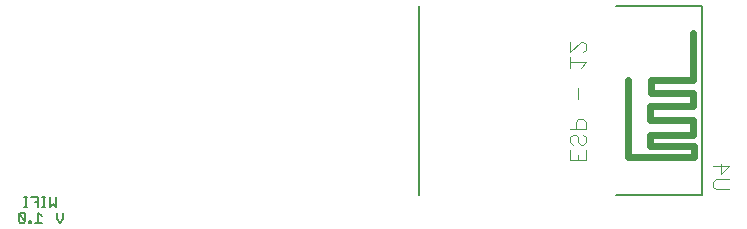
<source format=gbo>
G75*
%MOIN*%
%OFA0B0*%
%FSLAX25Y25*%
%IPPOS*%
%LPD*%
%AMOC8*
5,1,8,0,0,1.08239X$1,22.5*
%
%ADD10C,0.00600*%
%ADD11C,0.00500*%
%ADD12C,0.02400*%
%ADD13C,0.00400*%
D10*
X0045894Y0012715D02*
X0046451Y0012158D01*
X0047564Y0012158D01*
X0048120Y0012715D01*
X0045894Y0014941D01*
X0045894Y0012715D01*
X0048120Y0012715D02*
X0048120Y0014941D01*
X0047564Y0015498D01*
X0046451Y0015498D01*
X0045894Y0014941D01*
X0047628Y0017333D02*
X0048741Y0017333D01*
X0048185Y0017333D02*
X0048185Y0020673D01*
X0048741Y0020673D02*
X0047628Y0020673D01*
X0050140Y0020673D02*
X0052367Y0020673D01*
X0052367Y0017333D01*
X0053670Y0017333D02*
X0054783Y0017333D01*
X0054227Y0017333D02*
X0054227Y0020673D01*
X0054783Y0020673D02*
X0053670Y0020673D01*
X0052367Y0019003D02*
X0051253Y0019003D01*
X0056182Y0017333D02*
X0056182Y0020673D01*
X0058408Y0020673D02*
X0058408Y0017333D01*
X0057295Y0018446D01*
X0056182Y0017333D01*
X0058582Y0015498D02*
X0058582Y0013271D01*
X0059695Y0012158D01*
X0060808Y0013271D01*
X0060808Y0015498D01*
X0053558Y0014385D02*
X0052445Y0015498D01*
X0052445Y0012158D01*
X0053558Y0012158D02*
X0051332Y0012158D01*
X0049933Y0012158D02*
X0049376Y0012158D01*
X0049376Y0012715D01*
X0049933Y0012715D01*
X0049933Y0012158D01*
D11*
X0179197Y0021432D02*
X0179197Y0084424D01*
X0244945Y0084424D02*
X0273686Y0084424D01*
X0273686Y0021432D01*
X0244945Y0021432D01*
D12*
X0248882Y0034030D02*
X0248882Y0059621D01*
X0256756Y0059621D02*
X0270536Y0059621D01*
X0270536Y0075369D01*
X0256756Y0059621D02*
X0256756Y0055290D01*
X0270536Y0055290D01*
X0270536Y0050960D01*
X0256363Y0050960D01*
X0256363Y0046235D01*
X0270536Y0046235D01*
X0270536Y0041511D01*
X0256363Y0041511D01*
X0256363Y0037574D01*
X0270930Y0037574D01*
X0270930Y0034030D01*
X0251638Y0034030D01*
X0251245Y0034030D02*
X0248882Y0034030D01*
D13*
X0234995Y0032896D02*
X0229791Y0032896D01*
X0229791Y0036366D01*
X0230658Y0038053D02*
X0229791Y0038920D01*
X0229791Y0040655D01*
X0230658Y0041522D01*
X0231526Y0041522D01*
X0232393Y0040655D01*
X0232393Y0038920D01*
X0233261Y0038053D01*
X0234128Y0038053D01*
X0234995Y0038920D01*
X0234995Y0040655D01*
X0234128Y0041522D01*
X0234995Y0043209D02*
X0229791Y0043209D01*
X0231526Y0043209D02*
X0231526Y0045811D01*
X0232393Y0046679D01*
X0234128Y0046679D01*
X0234995Y0045811D01*
X0234995Y0043209D01*
X0234995Y0036366D02*
X0234995Y0032896D01*
X0232393Y0032896D02*
X0232393Y0034631D01*
X0277429Y0030965D02*
X0282633Y0030965D01*
X0280031Y0028363D01*
X0280031Y0031833D01*
X0278296Y0026676D02*
X0282633Y0026676D01*
X0278296Y0026676D02*
X0277429Y0025809D01*
X0277429Y0024074D01*
X0278296Y0023207D01*
X0282633Y0023207D01*
X0232393Y0053522D02*
X0232393Y0056991D01*
X0233261Y0063835D02*
X0234995Y0065569D01*
X0229791Y0065569D01*
X0229791Y0063835D02*
X0229791Y0067304D01*
X0229791Y0068991D02*
X0233261Y0072461D01*
X0234128Y0072461D01*
X0234995Y0071593D01*
X0234995Y0069858D01*
X0234128Y0068991D01*
X0229791Y0068991D02*
X0229791Y0072461D01*
M02*

</source>
